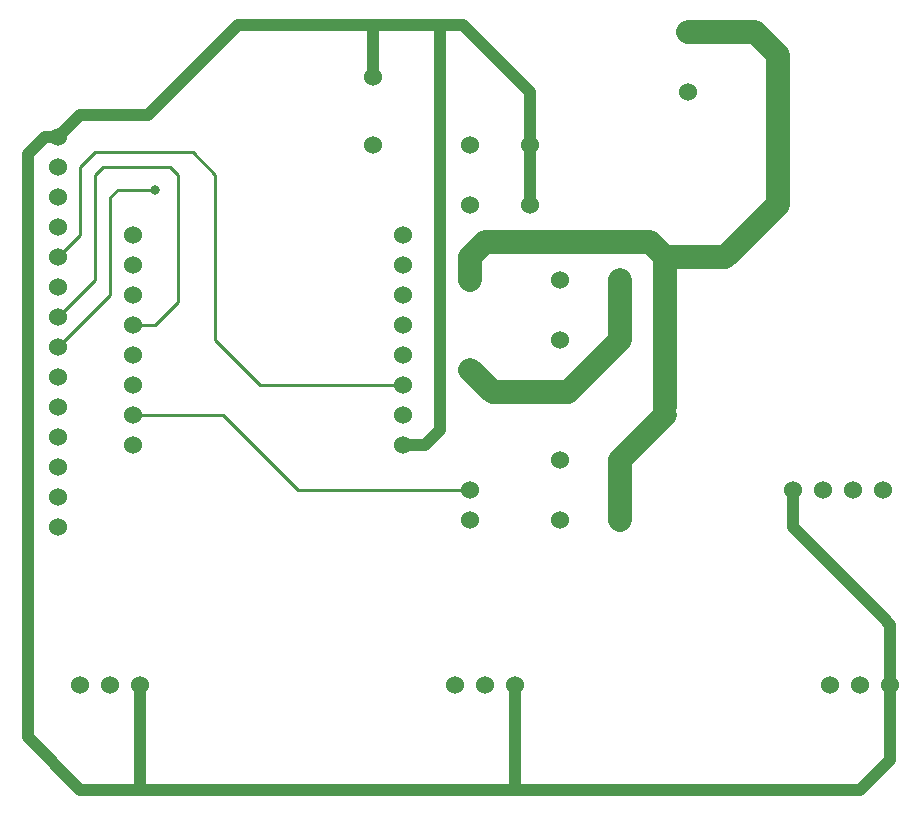
<source format=gbr>
G04 #@! TF.GenerationSoftware,KiCad,Pcbnew,(5.0.1)-3*
G04 #@! TF.CreationDate,2018-11-11T13:08:13+01:00*
G04 #@! TF.ProjectId,THERMOSTAT,544845524D4F535441542E6B69636164,rev?*
G04 #@! TF.SameCoordinates,Original*
G04 #@! TF.FileFunction,Copper,L1,Top,Signal*
G04 #@! TF.FilePolarity,Positive*
%FSLAX46Y46*%
G04 Gerber Fmt 4.6, Leading zero omitted, Abs format (unit mm)*
G04 Created by KiCad (PCBNEW (5.0.1)-3) date 11/11/2018 1:08:13 PM*
%MOMM*%
%LPD*%
G01*
G04 APERTURE LIST*
G04 #@! TA.AperFunction,ComponentPad*
%ADD10C,1.524000*%
G04 #@! TD*
G04 #@! TA.AperFunction,ViaPad*
%ADD11C,0.800000*%
G04 #@! TD*
G04 #@! TA.AperFunction,Conductor*
%ADD12C,0.250000*%
G04 #@! TD*
G04 #@! TA.AperFunction,Conductor*
%ADD13C,1.000000*%
G04 #@! TD*
G04 #@! TA.AperFunction,Conductor*
%ADD14C,2.000000*%
G04 #@! TD*
G04 APERTURE END LIST*
D10*
G04 #@! TO.P,ACDC1,2*
G04 #@! TO.N,Net-(ACDC1-Pad2)*
X57150000Y-3175000D03*
G04 #@! TO.P,ACDC1,1*
G04 #@! TO.N,Net-(ACDC1-Pad1)*
X57150000Y-8255000D03*
G04 #@! TO.P,ACDC1,4*
G04 #@! TO.N,Net-(5VIN1-Pad1)*
X30480000Y-6985000D03*
G04 #@! TO.P,ACDC1,3*
G04 #@! TO.N,Net-(5VIN1-Pad2)*
X30480000Y-12700000D03*
G04 #@! TD*
G04 #@! TO.P,TouchUp1,1*
G04 #@! TO.N,Net-(5VIN1-Pad1)*
X74295000Y-58420000D03*
G04 #@! TO.P,TouchUp1,2*
G04 #@! TO.N,Net-(ESP1-Pad4)*
X71755000Y-58420000D03*
G04 #@! TO.P,TouchUp1,3*
G04 #@! TO.N,Net-(5VIN1-Pad2)*
X69215000Y-58420000D03*
G04 #@! TD*
G04 #@! TO.P,ESP1,1*
G04 #@! TO.N,Net-(ESP1-Pad1)*
X33020000Y-20320000D03*
G04 #@! TO.P,ESP1,2*
G04 #@! TO.N,Net-(ESP1-Pad2)*
X33020000Y-22860000D03*
G04 #@! TO.P,ESP1,3*
G04 #@! TO.N,Net-(ESP1-Pad3)*
X33020000Y-25400000D03*
G04 #@! TO.P,ESP1,4*
G04 #@! TO.N,Net-(ESP1-Pad4)*
X33020000Y-27940000D03*
G04 #@! TO.P,ESP1,5*
G04 #@! TO.N,Net-(DHT1-Pad2)*
X33020000Y-30480000D03*
G04 #@! TO.P,ESP1,6*
G04 #@! TO.N,Net-(ESP1-Pad6)*
X33020000Y-33020000D03*
G04 #@! TO.P,ESP1,7*
G04 #@! TO.N,Net-(5VIN1-Pad2)*
X33020000Y-35560000D03*
G04 #@! TO.P,ESP1,8*
G04 #@! TO.N,Net-(5VIN1-Pad1)*
X33020000Y-38100000D03*
G04 #@! TO.P,ESP1,9*
G04 #@! TO.N,Net-(ESP1-Pad9)*
X10160000Y-20320000D03*
G04 #@! TO.P,ESP1,10*
G04 #@! TO.N,Net-(ESP1-Pad10)*
X10160000Y-22860000D03*
G04 #@! TO.P,ESP1,11*
G04 #@! TO.N,Net-(ESP1-Pad11)*
X10160000Y-25400000D03*
G04 #@! TO.P,ESP1,12*
G04 #@! TO.N,Net-(ESP1-Pad12)*
X10160000Y-27940000D03*
G04 #@! TO.P,ESP1,13*
G04 #@! TO.N,Net-(ESP1-Pad13)*
X10160000Y-30480000D03*
G04 #@! TO.P,ESP1,14*
G04 #@! TO.N,Net-(ESP1-Pad14)*
X10160000Y-33020000D03*
G04 #@! TO.P,ESP1,15*
G04 #@! TO.N,Net-(ESP1-Pad15)*
X10160000Y-35560000D03*
G04 #@! TO.P,ESP1,16*
G04 #@! TO.N,Net-(ESP1-Pad16)*
X10160000Y-38100000D03*
G04 #@! TD*
G04 #@! TO.P,DHT1,1*
G04 #@! TO.N,Net-(5VIN1-Pad1)*
X66040000Y-41910000D03*
G04 #@! TO.P,DHT1,2*
G04 #@! TO.N,Net-(DHT1-Pad2)*
X68580000Y-41910000D03*
G04 #@! TO.P,DHT1,3*
G04 #@! TO.N,Net-(DHT1-Pad3)*
X71120000Y-41910000D03*
G04 #@! TO.P,DHT1,4*
G04 #@! TO.N,Net-(5VIN1-Pad2)*
X73660000Y-41910000D03*
G04 #@! TD*
G04 #@! TO.P,LOUT1,2*
G04 #@! TO.N,Net-(ACDC1-Pad1)*
X46355000Y-29210000D03*
X46355000Y-24130000D03*
G04 #@! TO.P,LOUT1,1*
G04 #@! TO.N,Net-(LOUT1-Pad1)*
X51435000Y-29210000D03*
X51435000Y-24130000D03*
G04 #@! TD*
G04 #@! TO.P,ACIN1,1*
G04 #@! TO.N,Net-(ACDC1-Pad2)*
X51435000Y-39370000D03*
X51435000Y-44450000D03*
G04 #@! TO.P,ACIN1,2*
G04 #@! TO.N,Net-(ACDC1-Pad1)*
X46355000Y-39370000D03*
X46355000Y-44450000D03*
G04 #@! TD*
G04 #@! TO.P,5VIN1,2*
G04 #@! TO.N,Net-(5VIN1-Pad2)*
X38735000Y-17780000D03*
X38735000Y-12700000D03*
G04 #@! TO.P,5VIN1,1*
G04 #@! TO.N,Net-(5VIN1-Pad1)*
X43815000Y-17780000D03*
X43815000Y-12700000D03*
G04 #@! TD*
G04 #@! TO.P,TouchMenu1,3*
G04 #@! TO.N,Net-(5VIN1-Pad2)*
X37465000Y-58420000D03*
G04 #@! TO.P,TouchMenu1,2*
G04 #@! TO.N,Net-(ESP1-Pad1)*
X40005000Y-58420000D03*
G04 #@! TO.P,TouchMenu1,1*
G04 #@! TO.N,Net-(5VIN1-Pad1)*
X42545000Y-58420000D03*
G04 #@! TD*
G04 #@! TO.P,TouchDown1,1*
G04 #@! TO.N,Net-(5VIN1-Pad1)*
X10795000Y-58420000D03*
G04 #@! TO.P,TouchDown1,2*
G04 #@! TO.N,Net-(ESP1-Pad11)*
X8255000Y-58420000D03*
G04 #@! TO.P,TouchDown1,3*
G04 #@! TO.N,Net-(5VIN1-Pad2)*
X5715000Y-58420000D03*
G04 #@! TD*
G04 #@! TO.P,TFT1,1*
G04 #@! TO.N,Net-(5VIN1-Pad1)*
X3810000Y-12065000D03*
G04 #@! TO.P,TFT1,2*
G04 #@! TO.N,Net-(5VIN1-Pad2)*
X3810000Y-14605000D03*
G04 #@! TO.P,TFT1,3*
G04 #@! TO.N,Net-(ESP1-Pad3)*
X3810000Y-17145000D03*
G04 #@! TO.P,TFT1,4*
G04 #@! TO.N,Net-(ESP1-Pad9)*
X3810000Y-19685000D03*
G04 #@! TO.P,TFT1,5*
G04 #@! TO.N,Net-(ESP1-Pad6)*
X3810000Y-22225000D03*
G04 #@! TO.P,TFT1,6*
G04 #@! TO.N,Net-(ESP1-Pad14)*
X3810000Y-24765000D03*
G04 #@! TO.P,TFT1,7*
G04 #@! TO.N,Net-(ESP1-Pad12)*
X3810000Y-27305000D03*
G04 #@! TO.P,TFT1,8*
G04 #@! TO.N,Net-(ESP1-Pad2)*
X3810000Y-29845000D03*
G04 #@! TO.P,TFT1,9*
G04 #@! TO.N,Net-(TFT1-Pad9)*
X3810000Y-32385000D03*
G04 #@! TO.P,TFT1,10*
G04 #@! TO.N,Net-(TFT1-Pad10)*
X3810000Y-34925000D03*
G04 #@! TO.P,TFT1,11*
G04 #@! TO.N,Net-(TFT1-Pad11)*
X3810000Y-37465000D03*
G04 #@! TO.P,TFT1,12*
G04 #@! TO.N,Net-(TFT1-Pad12)*
X3810000Y-40005000D03*
G04 #@! TO.P,TFT1,13*
G04 #@! TO.N,Net-(TFT1-Pad13)*
X3810000Y-42545000D03*
G04 #@! TO.P,TFT1,14*
G04 #@! TO.N,Net-(TFT1-Pad14)*
X3810000Y-45085000D03*
G04 #@! TD*
G04 #@! TO.P,OMRON1,1*
G04 #@! TO.N,Net-(ACDC1-Pad2)*
X38735000Y-24130000D03*
G04 #@! TO.P,OMRON1,2*
G04 #@! TO.N,Net-(LOUT1-Pad1)*
X38735000Y-31750000D03*
G04 #@! TO.P,OMRON1,3*
G04 #@! TO.N,Net-(ESP1-Pad15)*
X38735000Y-41910000D03*
G04 #@! TO.P,OMRON1,4*
G04 #@! TO.N,Net-(5VIN1-Pad2)*
X38735000Y-44450000D03*
G04 #@! TD*
D11*
G04 #@! TO.N,Net-(ESP1-Pad2)*
X12065000Y-16510000D03*
G04 #@! TD*
D12*
G04 #@! TO.N,Net-(ESP1-Pad2)*
X3810000Y-29845000D02*
X4571999Y-29083001D01*
X4571999Y-29083001D02*
X8255000Y-25400000D01*
X8255000Y-25400000D02*
X8255000Y-17145000D01*
X8255000Y-17145000D02*
X8890000Y-16510000D01*
X12065000Y-16510000D02*
X8890000Y-16510000D01*
G04 #@! TO.N,Net-(ESP1-Pad6)*
X5715000Y-14605000D02*
X5715000Y-20320000D01*
X33020000Y-33020000D02*
X20955000Y-33020000D01*
X5715000Y-20320000D02*
X3810000Y-22225000D01*
X20955000Y-33020000D02*
X17145000Y-29210000D01*
X17145000Y-29210000D02*
X17145000Y-15240000D01*
X17145000Y-15240000D02*
X15240000Y-13335000D01*
X15240000Y-13335000D02*
X6985000Y-13335000D01*
X6985000Y-13335000D02*
X5715000Y-14605000D01*
G04 #@! TO.N,Net-(ESP1-Pad12)*
X12065000Y-27940000D02*
X10160000Y-27940000D01*
X3810000Y-27305000D02*
X6985000Y-24130000D01*
X6985000Y-24130000D02*
X6985000Y-15240000D01*
X6985000Y-15240000D02*
X7620000Y-14605000D01*
X13970000Y-26035000D02*
X12065000Y-27940000D01*
X7620000Y-14605000D02*
X13335000Y-14605000D01*
X13335000Y-14605000D02*
X13970000Y-15240000D01*
X13970000Y-15240000D02*
X13970000Y-26035000D01*
G04 #@! TO.N,Net-(ESP1-Pad15)*
X10160000Y-35560000D02*
X17780000Y-35560000D01*
X24130000Y-41910000D02*
X38735000Y-41910000D01*
X17780000Y-35560000D02*
X24130000Y-41910000D01*
X38100000Y-41910000D02*
X38735000Y-41910000D01*
D13*
G04 #@! TO.N,Net-(5VIN1-Pad1)*
X22860000Y-67310000D02*
X38100000Y-67310000D01*
X7620000Y-10160000D02*
X11430000Y-10160000D01*
X11430000Y-10160000D02*
X19050000Y-2540000D01*
X38100000Y-67310000D02*
X41910000Y-67310000D01*
X4571999Y-11303001D02*
X5715000Y-10160000D01*
X3810000Y-12065000D02*
X4571999Y-11303001D01*
X7620000Y-10160000D02*
X5715000Y-10160000D01*
X2732370Y-12065000D02*
X1270000Y-13527370D01*
X3810000Y-12065000D02*
X2732370Y-12065000D01*
X1270000Y-13527370D02*
X1270000Y-55880000D01*
X66040000Y-41910000D02*
X66040000Y-45085000D01*
X48260000Y-67310000D02*
X67310000Y-67310000D01*
X42545000Y-58420000D02*
X42545000Y-67310000D01*
X41910000Y-67310000D02*
X42545000Y-67310000D01*
X42545000Y-67310000D02*
X48260000Y-67310000D01*
X17526000Y-67310000D02*
X17780000Y-67310000D01*
X17780000Y-67310000D02*
X22860000Y-67310000D01*
X33020000Y-38100000D02*
X34925000Y-38100000D01*
X34925000Y-38100000D02*
X36195000Y-36830000D01*
X36195000Y-36830000D02*
X36195000Y-2540000D01*
X36195000Y-2540000D02*
X38100000Y-2540000D01*
X66040000Y-45085000D02*
X68580000Y-47625000D01*
X1270000Y-55880000D02*
X1270000Y-62865000D01*
X1270000Y-62865000D02*
X5715000Y-67310000D01*
X12700000Y-67310000D02*
X13335000Y-67310000D01*
X13335000Y-67310000D02*
X17526000Y-67310000D01*
X10795000Y-58420000D02*
X10795000Y-67310000D01*
X5715000Y-67310000D02*
X10795000Y-67310000D01*
X10795000Y-67310000D02*
X13335000Y-67310000D01*
X74295000Y-64770000D02*
X71755000Y-67310000D01*
X74295000Y-58420000D02*
X74295000Y-64770000D01*
X67310000Y-67310000D02*
X71755000Y-67310000D01*
X74295000Y-53340000D02*
X73660000Y-52705000D01*
X74295000Y-58420000D02*
X74295000Y-53340000D01*
X73660000Y-52705000D02*
X68580000Y-47625000D01*
X43815000Y-17780000D02*
X43815000Y-8255000D01*
X38100000Y-2540000D02*
X43180000Y-7620000D01*
X43180000Y-7620000D02*
X43815000Y-8255000D01*
X30480000Y-6985000D02*
X30480000Y-2540000D01*
X19050000Y-2540000D02*
X30480000Y-2540000D01*
X30480000Y-2540000D02*
X36195000Y-2540000D01*
D14*
G04 #@! TO.N,Net-(LOUT1-Pad1)*
X51435000Y-24130000D02*
X51435000Y-29210000D01*
X46990000Y-33655000D02*
X49530000Y-31115000D01*
X40640000Y-33655000D02*
X46990000Y-33655000D01*
X38735000Y-31750000D02*
X40640000Y-33655000D01*
X48895000Y-31750000D02*
X49530000Y-31115000D01*
X49530000Y-31115000D02*
X51435000Y-29210000D01*
G04 #@! TO.N,Net-(ACDC1-Pad2)*
X51435000Y-44450000D02*
X51435000Y-39370000D01*
X42545000Y-20955000D02*
X53975000Y-20955000D01*
X55245000Y-22225000D02*
X53975000Y-20955000D01*
D12*
X55245000Y-22860000D02*
X55245000Y-22225000D01*
D14*
X38735000Y-24130000D02*
X38735000Y-22225000D01*
X40005000Y-20955000D02*
X42545000Y-20955000D01*
X38735000Y-22225000D02*
X40005000Y-20955000D01*
X55245000Y-22225000D02*
X60325000Y-22225000D01*
X60325000Y-22225000D02*
X64770000Y-17780000D01*
X64770000Y-17780000D02*
X64770000Y-5080000D01*
X62865000Y-3175000D02*
X57150000Y-3175000D01*
X64770000Y-5080000D02*
X62865000Y-3175000D01*
D12*
X55245000Y-35560000D02*
X55245000Y-34925000D01*
D14*
X51435000Y-39370000D02*
X55245000Y-35560000D01*
X55245000Y-34925000D02*
X55245000Y-22860000D01*
G04 #@! TD*
M02*

</source>
